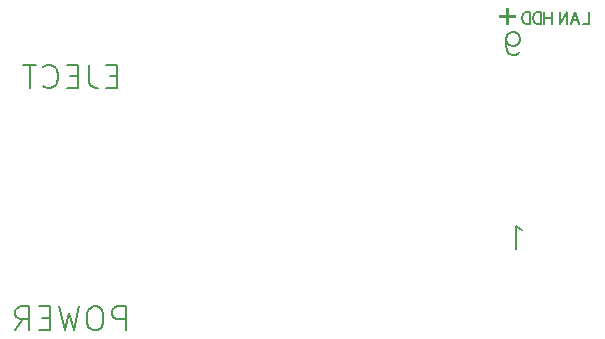
<source format=gbr>
%TF.GenerationSoftware,KiCad,Pcbnew,8.0.4*%
%TF.CreationDate,2024-08-22T22:34:45+01:00*%
%TF.ProjectId,XBox button board,58426f78-2062-4757-9474-6f6e20626f61,rev?*%
%TF.SameCoordinates,Original*%
%TF.FileFunction,Legend,Bot*%
%TF.FilePolarity,Positive*%
%FSLAX46Y46*%
G04 Gerber Fmt 4.6, Leading zero omitted, Abs format (unit mm)*
G04 Created by KiCad (PCBNEW 8.0.4) date 2024-08-22 22:34:45*
%MOMM*%
%LPD*%
G01*
G04 APERTURE LIST*
%ADD10C,0.203200*%
%ADD11C,0.000000*%
%ADD12C,0.200000*%
%ADD13C,0.150000*%
%ADD14C,2.000000*%
%ADD15R,1.800000X1.800000*%
%ADD16C,1.800000*%
%ADD17R,1.350000X1.350000*%
%ADD18O,1.350000X1.350000*%
%ADD19R,2.000000X1.400000*%
%ADD20O,2.000000X1.400000*%
G04 APERTURE END LIST*
D10*
X188010830Y-81844960D02*
X188010830Y-82800000D01*
X183873570Y-81845340D02*
X183556070Y-81845340D01*
X186138850Y-81844960D02*
X185501310Y-82800000D01*
X181234270Y-85376800D02*
X181511130Y-85468240D01*
X184810830Y-82300000D02*
X184173290Y-82300000D01*
X182938850Y-81845340D02*
X182618810Y-81845340D01*
X181696550Y-85468240D02*
X181973410Y-85376800D01*
X183238570Y-82434620D02*
X183284290Y-82571780D01*
X186138850Y-81844960D02*
X186138850Y-82800000D01*
X181881970Y-83621660D02*
X181605110Y-83530220D01*
X181823550Y-99913220D02*
X181823550Y-101851240D01*
X181605110Y-83530220D02*
X181511130Y-83530220D01*
X182158830Y-84175380D02*
X182158830Y-84083940D01*
X183556070Y-82800380D02*
X183873570Y-82800380D01*
X187027850Y-82479960D02*
X186575730Y-82479960D01*
X181605110Y-84729100D02*
X181881970Y-84637660D01*
X183284290Y-82571780D02*
X183330010Y-82663220D01*
X183330010Y-81979960D02*
X183284290Y-82071400D01*
X180957410Y-84637660D02*
X181051390Y-85099940D01*
X181511130Y-84729100D02*
X181605110Y-84729100D01*
X181234270Y-84637660D02*
X181511130Y-84729100D01*
X183284290Y-82071400D02*
X183238570Y-82208560D01*
X184810830Y-81845340D02*
X184810830Y-82800380D01*
X183418910Y-81891060D02*
X183330010Y-81979960D01*
X182301310Y-82208560D02*
X182301310Y-82434620D01*
X182067390Y-84452240D02*
X182158830Y-84175380D01*
X188010830Y-82800000D02*
X187464730Y-82800000D01*
X183330010Y-82663220D02*
X183418910Y-82754660D01*
X181051390Y-83807080D02*
X180957410Y-84175380D01*
X182347030Y-82071400D02*
X182301310Y-82208560D01*
X181051390Y-85099940D02*
X181234270Y-85376800D01*
X181881970Y-84637660D02*
X182067390Y-84452240D01*
X182938850Y-81845340D02*
X182938850Y-82800380D01*
X180957410Y-84175380D02*
X180957410Y-84637660D01*
X182484190Y-82754660D02*
X182618810Y-82800380D01*
X182392750Y-81979960D02*
X182347030Y-82071400D01*
X186801790Y-81844960D02*
X186438570Y-82800000D01*
X181051390Y-84452240D02*
X181234270Y-84637660D01*
X182392750Y-82663220D02*
X182484190Y-82754660D01*
X182285830Y-100281520D02*
X182100410Y-100190080D01*
X182618810Y-81845340D02*
X182484190Y-81891060D01*
X181511130Y-85468240D02*
X181696550Y-85468240D01*
X181973410Y-85376800D02*
X182067390Y-85191380D01*
X183556070Y-81845340D02*
X183418910Y-81891060D01*
D11*
G36*
X181214830Y-82048540D02*
G01*
X181811730Y-82048540D01*
X181811730Y-82300000D01*
X181214830Y-82300000D01*
X181214830Y-82899440D01*
X180960830Y-82899440D01*
X180960830Y-82300000D01*
X180361390Y-82300000D01*
X180361390Y-82048540D01*
X180960830Y-82048540D01*
X180960830Y-81449100D01*
X181214830Y-81449100D01*
X181214830Y-82048540D01*
G37*
D10*
X183238570Y-82208560D02*
X183238570Y-82434620D01*
X185501310Y-81844960D02*
X185501310Y-82800000D01*
X182158830Y-84083940D02*
X182067390Y-83807080D01*
X184173290Y-81845340D02*
X184173290Y-82800380D01*
X181511130Y-83530220D02*
X181234270Y-83621660D01*
X182100410Y-100190080D02*
X181823550Y-99913220D01*
X183418910Y-82754660D02*
X183556070Y-82800380D01*
X181234270Y-83621660D02*
X181051390Y-83807080D01*
X182347030Y-82571780D02*
X182392750Y-82663220D01*
X180957410Y-84175380D02*
X181051390Y-84452240D01*
X182484190Y-81891060D02*
X182392750Y-81979960D01*
X182301310Y-82434620D02*
X182347030Y-82571780D01*
X182067390Y-83807080D02*
X181881970Y-83621660D01*
X182618810Y-82800380D02*
X182938850Y-82800380D01*
X183873570Y-81845340D02*
X183873570Y-82800380D01*
X186801790Y-81844960D02*
X187165010Y-82800000D01*
D12*
X148053061Y-87247219D02*
X147386394Y-87247219D01*
X147100680Y-88294838D02*
X148053061Y-88294838D01*
X148053061Y-88294838D02*
X148053061Y-86294838D01*
X148053061Y-86294838D02*
X147100680Y-86294838D01*
X145672108Y-86294838D02*
X145672108Y-87723409D01*
X145672108Y-87723409D02*
X145767347Y-88009123D01*
X145767347Y-88009123D02*
X145957823Y-88199600D01*
X145957823Y-88199600D02*
X146243537Y-88294838D01*
X146243537Y-88294838D02*
X146434013Y-88294838D01*
X144719727Y-87247219D02*
X144053060Y-87247219D01*
X143767346Y-88294838D02*
X144719727Y-88294838D01*
X144719727Y-88294838D02*
X144719727Y-86294838D01*
X144719727Y-86294838D02*
X143767346Y-86294838D01*
X141767346Y-88104361D02*
X141862584Y-88199600D01*
X141862584Y-88199600D02*
X142148298Y-88294838D01*
X142148298Y-88294838D02*
X142338774Y-88294838D01*
X142338774Y-88294838D02*
X142624489Y-88199600D01*
X142624489Y-88199600D02*
X142814965Y-88009123D01*
X142814965Y-88009123D02*
X142910203Y-87818647D01*
X142910203Y-87818647D02*
X143005441Y-87437695D01*
X143005441Y-87437695D02*
X143005441Y-87151980D01*
X143005441Y-87151980D02*
X142910203Y-86771028D01*
X142910203Y-86771028D02*
X142814965Y-86580552D01*
X142814965Y-86580552D02*
X142624489Y-86390076D01*
X142624489Y-86390076D02*
X142338774Y-86294838D01*
X142338774Y-86294838D02*
X142148298Y-86294838D01*
X142148298Y-86294838D02*
X141862584Y-86390076D01*
X141862584Y-86390076D02*
X141767346Y-86485314D01*
X141195917Y-86294838D02*
X140053060Y-86294838D01*
X140624489Y-88294838D02*
X140624489Y-86294838D01*
D13*
X148735955Y-108747438D02*
X148735955Y-106747438D01*
X148735955Y-106747438D02*
X147974050Y-106747438D01*
X147974050Y-106747438D02*
X147783574Y-106842676D01*
X147783574Y-106842676D02*
X147688336Y-106937914D01*
X147688336Y-106937914D02*
X147593098Y-107128390D01*
X147593098Y-107128390D02*
X147593098Y-107414104D01*
X147593098Y-107414104D02*
X147688336Y-107604580D01*
X147688336Y-107604580D02*
X147783574Y-107699819D01*
X147783574Y-107699819D02*
X147974050Y-107795057D01*
X147974050Y-107795057D02*
X148735955Y-107795057D01*
X146355003Y-106747438D02*
X145974050Y-106747438D01*
X145974050Y-106747438D02*
X145783574Y-106842676D01*
X145783574Y-106842676D02*
X145593098Y-107033152D01*
X145593098Y-107033152D02*
X145497860Y-107414104D01*
X145497860Y-107414104D02*
X145497860Y-108080771D01*
X145497860Y-108080771D02*
X145593098Y-108461723D01*
X145593098Y-108461723D02*
X145783574Y-108652200D01*
X145783574Y-108652200D02*
X145974050Y-108747438D01*
X145974050Y-108747438D02*
X146355003Y-108747438D01*
X146355003Y-108747438D02*
X146545479Y-108652200D01*
X146545479Y-108652200D02*
X146735955Y-108461723D01*
X146735955Y-108461723D02*
X146831193Y-108080771D01*
X146831193Y-108080771D02*
X146831193Y-107414104D01*
X146831193Y-107414104D02*
X146735955Y-107033152D01*
X146735955Y-107033152D02*
X146545479Y-106842676D01*
X146545479Y-106842676D02*
X146355003Y-106747438D01*
X144831193Y-106747438D02*
X144355003Y-108747438D01*
X144355003Y-108747438D02*
X143974050Y-107318866D01*
X143974050Y-107318866D02*
X143593098Y-108747438D01*
X143593098Y-108747438D02*
X143116908Y-106747438D01*
X142355003Y-107699819D02*
X141688336Y-107699819D01*
X141402622Y-108747438D02*
X142355003Y-108747438D01*
X142355003Y-108747438D02*
X142355003Y-106747438D01*
X142355003Y-106747438D02*
X141402622Y-106747438D01*
X139402622Y-108747438D02*
X140069289Y-107795057D01*
X140545479Y-108747438D02*
X140545479Y-106747438D01*
X140545479Y-106747438D02*
X139783574Y-106747438D01*
X139783574Y-106747438D02*
X139593098Y-106842676D01*
X139593098Y-106842676D02*
X139497860Y-106937914D01*
X139497860Y-106937914D02*
X139402622Y-107128390D01*
X139402622Y-107128390D02*
X139402622Y-107414104D01*
X139402622Y-107414104D02*
X139497860Y-107604580D01*
X139497860Y-107604580D02*
X139593098Y-107699819D01*
X139593098Y-107699819D02*
X139783574Y-107795057D01*
X139783574Y-107795057D02*
X140545479Y-107795057D01*
%LPC*%
D14*
%TO.C,EJECT*%
X147510830Y-94700000D03*
X141010830Y-94700000D03*
X147510830Y-90200000D03*
X141010830Y-90200000D03*
%TD*%
D15*
%TO.C,D1*%
X112308830Y-90279000D03*
D16*
X112308830Y-92819000D03*
X112308830Y-95359000D03*
%TD*%
D17*
%TO.C,J2*%
X182110830Y-80100000D03*
D18*
X184110830Y-80100000D03*
X186110830Y-80100000D03*
%TD*%
D19*
%TO.C,J1*%
X184317830Y-100693000D03*
D20*
X184317830Y-98693000D03*
X184317830Y-96693000D03*
X184317830Y-94693000D03*
X184317830Y-92693000D03*
X184317830Y-90693000D03*
X184317830Y-88693000D03*
X184317830Y-86693000D03*
X184317830Y-84693000D03*
%TD*%
D14*
%TO.C,POWER*%
X140910830Y-110750000D03*
X147410830Y-110750000D03*
X140910830Y-115250000D03*
X147410830Y-115250000D03*
%TD*%
D15*
%TO.C,D2*%
X176250000Y-95330000D03*
D16*
X176250000Y-92790000D03*
X176250000Y-90250000D03*
%TD*%
%LPD*%
M02*

</source>
